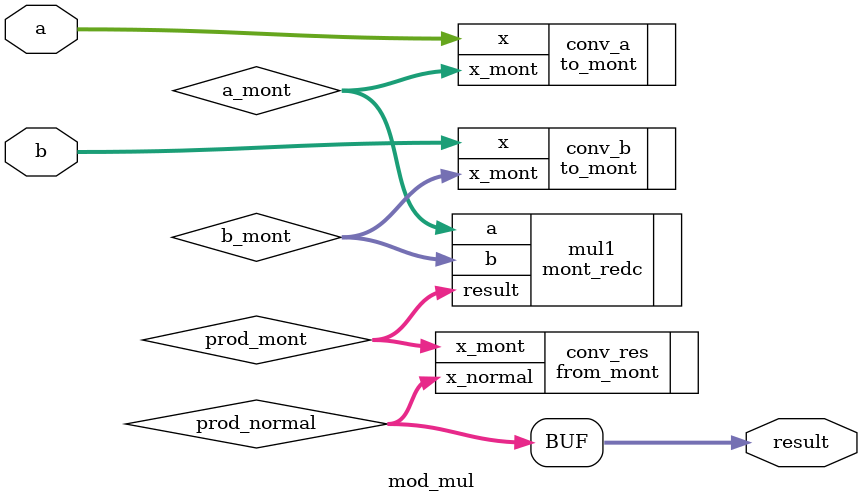
<source format=v>
module mod_mul #(
    parameter WIDTH   = 32,
    parameter MOD     = 998244353,
    parameter NPRIME  = 998244351,
    parameter R2MOD   = 932051910 
)(
    input  [WIDTH-1:0] a,
    input  [WIDTH-1:0] b,
    output [WIDTH-1:0] result
);

    wire [WIDTH-1:0] a_mont;
    wire [WIDTH-1:0] b_mont;
    wire [WIDTH-1:0] prod_mont;
    wire [WIDTH-1:0] prod_normal;

    to_mont #(.WIDTH(WIDTH), .MOD(MOD), .NPRIME(NPRIME), .R2MOD(R2MOD))
    conv_a (.x(a), .x_mont(a_mont));

    to_mont #(.WIDTH(WIDTH), .MOD(MOD), .NPRIME(NPRIME), .R2MOD(R2MOD))
    conv_b (.x(b), .x_mont(b_mont));

    mont_redc #(.WIDTH(WIDTH), .MOD(MOD), .NPRIME(NPRIME)) 
    mul1 (.a(a_mont), .b(b_mont), .result(prod_mont));

    from_mont #(.WIDTH(WIDTH), .MOD(MOD), .NPRIME(NPRIME)) 
    conv_res (.x_mont(prod_mont), .x_normal(prod_normal));

    assign result = prod_normal;

endmodule
</source>
